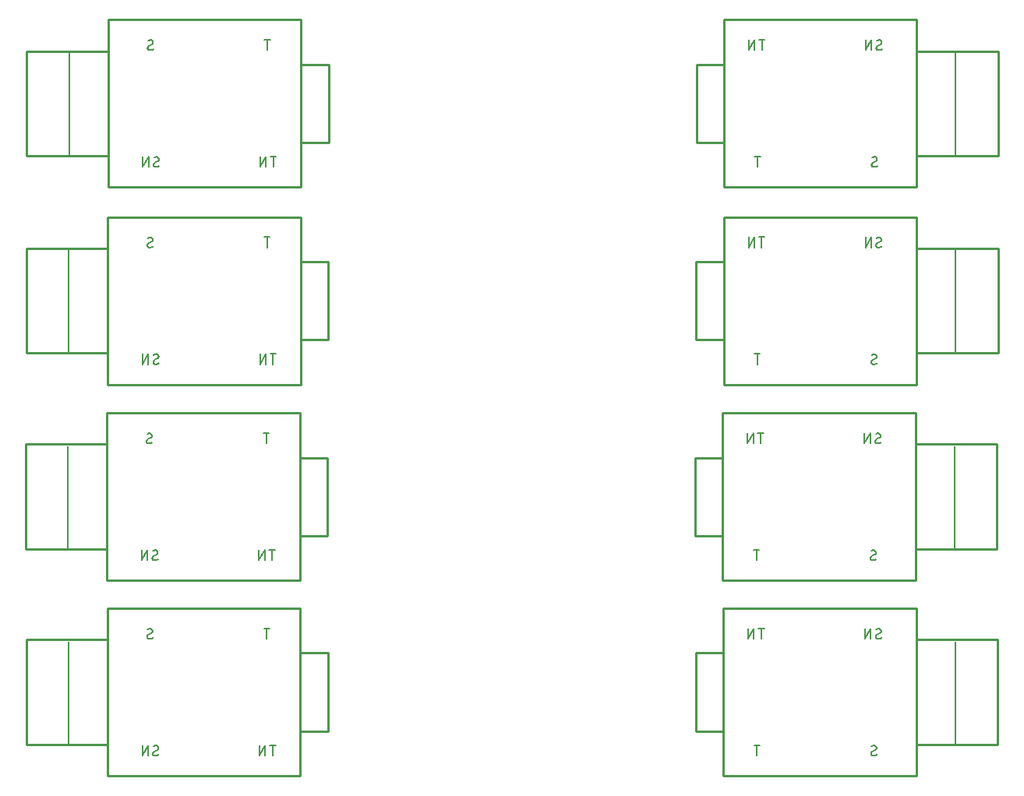
<source format=gbr>
G04 EAGLE Gerber X2 export*
%TF.Part,Single*%
%TF.FileFunction,Legend,Bot,1*%
%TF.FilePolarity,Positive*%
%TF.GenerationSoftware,Autodesk,EAGLE,9.2.2*%
%TF.CreationDate,2019-01-20T22:14:07Z*%
G75*
%MOMM*%
%FSLAX34Y34*%
%LPD*%
%INSilkscreen Bottom*%
%AMOC8*
5,1,8,0,0,1.08239X$1,22.5*%
G01*
%ADD10C,0.254000*%
%ADD11C,0.127000*%
%ADD12C,0.152400*%


D10*
X35800Y351000D02*
X245300Y351000D01*
X245300Y302500D01*
X245300Y217500D01*
X245300Y169000D01*
X35800Y169000D01*
X35800Y203000D01*
X35800Y317000D01*
X35800Y351000D01*
X35800Y317000D02*
X-52700Y317000D01*
X-52700Y203000D01*
X35800Y203000D01*
X245300Y217500D02*
X275300Y217500D01*
X275300Y302500D01*
X245300Y302500D01*
D11*
X-6500Y315000D02*
X-6500Y205000D01*
D12*
X208784Y317912D02*
X208784Y329088D01*
X211888Y329088D02*
X205679Y329088D01*
X81163Y317912D02*
X81065Y317914D01*
X80968Y317920D01*
X80871Y317929D01*
X80774Y317943D01*
X80678Y317960D01*
X80583Y317981D01*
X80489Y318005D01*
X80395Y318034D01*
X80303Y318066D01*
X80212Y318101D01*
X80123Y318140D01*
X80035Y318183D01*
X79949Y318229D01*
X79865Y318278D01*
X79783Y318331D01*
X79703Y318386D01*
X79625Y318445D01*
X79550Y318507D01*
X79477Y318572D01*
X79407Y318640D01*
X79339Y318710D01*
X79274Y318783D01*
X79212Y318858D01*
X79153Y318936D01*
X79098Y319016D01*
X79045Y319098D01*
X78996Y319182D01*
X78950Y319268D01*
X78907Y319356D01*
X78868Y319445D01*
X78833Y319536D01*
X78801Y319628D01*
X78772Y319722D01*
X78748Y319816D01*
X78727Y319911D01*
X78710Y320007D01*
X78696Y320104D01*
X78687Y320201D01*
X78681Y320298D01*
X78679Y320396D01*
X81163Y317912D02*
X81306Y317914D01*
X81449Y317920D01*
X81591Y317929D01*
X81733Y317943D01*
X81875Y317961D01*
X82016Y317982D01*
X82157Y318007D01*
X82297Y318036D01*
X82436Y318069D01*
X82574Y318105D01*
X82711Y318146D01*
X82847Y318190D01*
X82981Y318237D01*
X83115Y318289D01*
X83246Y318343D01*
X83377Y318402D01*
X83505Y318464D01*
X83632Y318529D01*
X83757Y318598D01*
X83881Y318671D01*
X84002Y318746D01*
X84121Y318825D01*
X84238Y318907D01*
X84352Y318993D01*
X84464Y319081D01*
X84574Y319172D01*
X84681Y319267D01*
X84786Y319364D01*
X84888Y319464D01*
X84578Y326604D02*
X84576Y326702D01*
X84570Y326799D01*
X84561Y326896D01*
X84547Y326993D01*
X84530Y327089D01*
X84509Y327184D01*
X84485Y327278D01*
X84456Y327372D01*
X84424Y327464D01*
X84389Y327555D01*
X84350Y327644D01*
X84307Y327732D01*
X84261Y327818D01*
X84212Y327902D01*
X84159Y327984D01*
X84104Y328064D01*
X84045Y328142D01*
X83983Y328217D01*
X83918Y328290D01*
X83850Y328360D01*
X83780Y328428D01*
X83707Y328493D01*
X83632Y328555D01*
X83554Y328614D01*
X83474Y328669D01*
X83392Y328722D01*
X83308Y328771D01*
X83222Y328817D01*
X83134Y328860D01*
X83045Y328899D01*
X82954Y328934D01*
X82862Y328966D01*
X82768Y328995D01*
X82674Y329019D01*
X82579Y329040D01*
X82483Y329057D01*
X82386Y329071D01*
X82289Y329080D01*
X82192Y329086D01*
X82094Y329088D01*
X81964Y329086D01*
X81834Y329081D01*
X81704Y329072D01*
X81574Y329059D01*
X81445Y329043D01*
X81316Y329023D01*
X81188Y328999D01*
X81060Y328972D01*
X80934Y328941D01*
X80808Y328907D01*
X80683Y328869D01*
X80560Y328828D01*
X80437Y328783D01*
X80316Y328735D01*
X80196Y328684D01*
X80078Y328629D01*
X79962Y328571D01*
X79847Y328510D01*
X79733Y328445D01*
X79622Y328378D01*
X79513Y328307D01*
X79405Y328233D01*
X79300Y328157D01*
X83335Y324431D02*
X83418Y324482D01*
X83499Y324536D01*
X83577Y324593D01*
X83653Y324653D01*
X83727Y324716D01*
X83798Y324782D01*
X83867Y324850D01*
X83933Y324921D01*
X83997Y324994D01*
X84057Y325070D01*
X84114Y325148D01*
X84169Y325229D01*
X84220Y325311D01*
X84268Y325395D01*
X84313Y325481D01*
X84355Y325569D01*
X84393Y325658D01*
X84427Y325748D01*
X84459Y325840D01*
X84486Y325933D01*
X84510Y326027D01*
X84531Y326122D01*
X84547Y326218D01*
X84560Y326314D01*
X84570Y326410D01*
X84575Y326507D01*
X84577Y326604D01*
X79922Y322569D02*
X79839Y322518D01*
X79758Y322464D01*
X79680Y322407D01*
X79604Y322347D01*
X79530Y322284D01*
X79459Y322218D01*
X79390Y322150D01*
X79324Y322079D01*
X79260Y322006D01*
X79200Y321930D01*
X79143Y321852D01*
X79088Y321771D01*
X79037Y321689D01*
X78989Y321605D01*
X78944Y321519D01*
X78902Y321431D01*
X78864Y321342D01*
X78830Y321252D01*
X78798Y321160D01*
X78771Y321067D01*
X78747Y320973D01*
X78726Y320878D01*
X78710Y320782D01*
X78697Y320686D01*
X78687Y320590D01*
X78682Y320493D01*
X78680Y320396D01*
X79921Y322569D02*
X83336Y324431D01*
X215134Y202088D02*
X215134Y190912D01*
X218238Y202088D02*
X212029Y202088D01*
X207189Y202088D02*
X207189Y190912D01*
X200980Y190912D02*
X207189Y202088D01*
X200980Y202088D02*
X200980Y190912D01*
X87513Y190912D02*
X87415Y190914D01*
X87318Y190920D01*
X87221Y190929D01*
X87124Y190943D01*
X87028Y190960D01*
X86933Y190981D01*
X86839Y191005D01*
X86745Y191034D01*
X86653Y191066D01*
X86562Y191101D01*
X86473Y191140D01*
X86385Y191183D01*
X86299Y191229D01*
X86215Y191278D01*
X86133Y191331D01*
X86053Y191386D01*
X85975Y191445D01*
X85900Y191507D01*
X85827Y191572D01*
X85757Y191640D01*
X85689Y191710D01*
X85624Y191783D01*
X85562Y191858D01*
X85503Y191936D01*
X85448Y192016D01*
X85395Y192098D01*
X85346Y192182D01*
X85300Y192268D01*
X85257Y192356D01*
X85218Y192445D01*
X85183Y192536D01*
X85151Y192628D01*
X85122Y192722D01*
X85098Y192816D01*
X85077Y192911D01*
X85060Y193007D01*
X85046Y193104D01*
X85037Y193201D01*
X85031Y193298D01*
X85029Y193396D01*
X87513Y190912D02*
X87656Y190914D01*
X87799Y190920D01*
X87941Y190929D01*
X88083Y190943D01*
X88225Y190961D01*
X88366Y190982D01*
X88507Y191007D01*
X88647Y191036D01*
X88786Y191069D01*
X88924Y191105D01*
X89061Y191146D01*
X89197Y191190D01*
X89331Y191237D01*
X89465Y191289D01*
X89596Y191343D01*
X89727Y191402D01*
X89855Y191464D01*
X89982Y191529D01*
X90107Y191598D01*
X90231Y191671D01*
X90352Y191746D01*
X90471Y191825D01*
X90588Y191907D01*
X90702Y191993D01*
X90814Y192081D01*
X90924Y192172D01*
X91031Y192267D01*
X91136Y192364D01*
X91238Y192464D01*
X90928Y199604D02*
X90926Y199702D01*
X90920Y199799D01*
X90911Y199896D01*
X90897Y199993D01*
X90880Y200089D01*
X90859Y200184D01*
X90835Y200278D01*
X90806Y200372D01*
X90774Y200464D01*
X90739Y200555D01*
X90700Y200644D01*
X90657Y200732D01*
X90611Y200818D01*
X90562Y200902D01*
X90509Y200984D01*
X90454Y201064D01*
X90395Y201142D01*
X90333Y201217D01*
X90268Y201290D01*
X90200Y201360D01*
X90130Y201428D01*
X90057Y201493D01*
X89982Y201555D01*
X89904Y201614D01*
X89824Y201669D01*
X89742Y201722D01*
X89658Y201771D01*
X89572Y201817D01*
X89484Y201860D01*
X89395Y201899D01*
X89304Y201934D01*
X89212Y201966D01*
X89118Y201995D01*
X89024Y202019D01*
X88929Y202040D01*
X88833Y202057D01*
X88736Y202071D01*
X88639Y202080D01*
X88542Y202086D01*
X88444Y202088D01*
X88314Y202086D01*
X88184Y202081D01*
X88054Y202072D01*
X87924Y202059D01*
X87795Y202043D01*
X87666Y202023D01*
X87538Y201999D01*
X87410Y201972D01*
X87284Y201941D01*
X87158Y201907D01*
X87033Y201869D01*
X86910Y201828D01*
X86787Y201783D01*
X86666Y201735D01*
X86546Y201684D01*
X86428Y201629D01*
X86312Y201571D01*
X86197Y201510D01*
X86083Y201445D01*
X85972Y201378D01*
X85863Y201307D01*
X85755Y201233D01*
X85650Y201157D01*
X89685Y197431D02*
X89768Y197482D01*
X89849Y197536D01*
X89927Y197593D01*
X90003Y197653D01*
X90077Y197716D01*
X90148Y197782D01*
X90217Y197850D01*
X90283Y197921D01*
X90347Y197994D01*
X90407Y198070D01*
X90464Y198148D01*
X90519Y198229D01*
X90570Y198311D01*
X90618Y198395D01*
X90663Y198481D01*
X90705Y198569D01*
X90743Y198658D01*
X90777Y198748D01*
X90809Y198840D01*
X90836Y198933D01*
X90860Y199027D01*
X90881Y199122D01*
X90897Y199218D01*
X90910Y199314D01*
X90920Y199410D01*
X90925Y199507D01*
X90927Y199604D01*
X86272Y195569D02*
X86189Y195518D01*
X86108Y195464D01*
X86030Y195407D01*
X85954Y195347D01*
X85880Y195284D01*
X85809Y195218D01*
X85740Y195150D01*
X85674Y195079D01*
X85610Y195006D01*
X85550Y194930D01*
X85493Y194852D01*
X85438Y194771D01*
X85387Y194689D01*
X85339Y194605D01*
X85294Y194519D01*
X85252Y194431D01*
X85214Y194342D01*
X85180Y194252D01*
X85148Y194160D01*
X85121Y194067D01*
X85097Y193973D01*
X85076Y193878D01*
X85060Y193782D01*
X85047Y193686D01*
X85037Y193590D01*
X85032Y193493D01*
X85030Y193396D01*
X86271Y195569D02*
X89686Y197431D01*
X79808Y202088D02*
X79808Y190912D01*
X73599Y190912D02*
X79808Y202088D01*
X73599Y202088D02*
X73599Y190912D01*
D10*
X704800Y169000D02*
X914300Y169000D01*
X704800Y169000D02*
X704800Y217500D01*
X704800Y302500D01*
X704800Y351000D01*
X914300Y351000D01*
X914300Y317000D01*
X914300Y203000D01*
X914300Y169000D01*
X914300Y203000D02*
X1002800Y203000D01*
X1002800Y317000D01*
X914300Y317000D01*
X704800Y302500D02*
X674800Y302500D01*
X674800Y217500D01*
X704800Y217500D01*
D11*
X956600Y205000D02*
X956600Y315000D01*
D12*
X741316Y202088D02*
X741316Y190912D01*
X744421Y202088D02*
X738212Y202088D01*
X865212Y193396D02*
X865214Y193298D01*
X865220Y193201D01*
X865229Y193104D01*
X865243Y193007D01*
X865260Y192911D01*
X865281Y192816D01*
X865305Y192722D01*
X865334Y192628D01*
X865366Y192536D01*
X865401Y192445D01*
X865440Y192356D01*
X865483Y192268D01*
X865529Y192182D01*
X865578Y192098D01*
X865631Y192016D01*
X865686Y191936D01*
X865745Y191858D01*
X865807Y191783D01*
X865872Y191710D01*
X865940Y191640D01*
X866010Y191572D01*
X866083Y191507D01*
X866158Y191445D01*
X866236Y191386D01*
X866316Y191331D01*
X866398Y191278D01*
X866482Y191229D01*
X866568Y191183D01*
X866656Y191140D01*
X866745Y191101D01*
X866836Y191066D01*
X866928Y191034D01*
X867022Y191005D01*
X867116Y190981D01*
X867211Y190960D01*
X867307Y190943D01*
X867404Y190929D01*
X867501Y190920D01*
X867598Y190914D01*
X867696Y190912D01*
X867839Y190914D01*
X867982Y190920D01*
X868124Y190929D01*
X868266Y190943D01*
X868408Y190961D01*
X868549Y190982D01*
X868690Y191007D01*
X868830Y191036D01*
X868969Y191069D01*
X869107Y191105D01*
X869244Y191146D01*
X869380Y191190D01*
X869514Y191237D01*
X869648Y191289D01*
X869779Y191343D01*
X869910Y191402D01*
X870038Y191464D01*
X870165Y191529D01*
X870290Y191598D01*
X870414Y191671D01*
X870535Y191746D01*
X870654Y191825D01*
X870771Y191907D01*
X870885Y191993D01*
X870997Y192081D01*
X871107Y192172D01*
X871214Y192267D01*
X871319Y192364D01*
X871421Y192464D01*
X871111Y199604D02*
X871109Y199702D01*
X871103Y199799D01*
X871094Y199896D01*
X871080Y199993D01*
X871063Y200089D01*
X871042Y200184D01*
X871018Y200278D01*
X870989Y200372D01*
X870957Y200464D01*
X870922Y200555D01*
X870883Y200644D01*
X870840Y200732D01*
X870794Y200818D01*
X870745Y200902D01*
X870692Y200984D01*
X870637Y201064D01*
X870578Y201142D01*
X870516Y201217D01*
X870451Y201290D01*
X870383Y201360D01*
X870313Y201428D01*
X870240Y201493D01*
X870165Y201555D01*
X870087Y201614D01*
X870007Y201669D01*
X869925Y201722D01*
X869841Y201771D01*
X869755Y201817D01*
X869667Y201860D01*
X869578Y201899D01*
X869487Y201934D01*
X869395Y201966D01*
X869301Y201995D01*
X869207Y202019D01*
X869112Y202040D01*
X869016Y202057D01*
X868919Y202071D01*
X868822Y202080D01*
X868725Y202086D01*
X868627Y202088D01*
X868497Y202086D01*
X868367Y202081D01*
X868237Y202072D01*
X868107Y202059D01*
X867978Y202043D01*
X867849Y202023D01*
X867721Y201999D01*
X867593Y201972D01*
X867467Y201941D01*
X867341Y201907D01*
X867216Y201869D01*
X867093Y201828D01*
X866970Y201783D01*
X866849Y201735D01*
X866729Y201684D01*
X866611Y201629D01*
X866495Y201571D01*
X866380Y201510D01*
X866266Y201445D01*
X866155Y201378D01*
X866046Y201307D01*
X865938Y201233D01*
X865833Y201157D01*
X869868Y197431D02*
X869951Y197482D01*
X870032Y197536D01*
X870110Y197593D01*
X870186Y197653D01*
X870260Y197716D01*
X870331Y197782D01*
X870400Y197850D01*
X870466Y197921D01*
X870530Y197994D01*
X870590Y198070D01*
X870647Y198148D01*
X870702Y198229D01*
X870753Y198311D01*
X870801Y198395D01*
X870846Y198481D01*
X870888Y198569D01*
X870926Y198658D01*
X870960Y198748D01*
X870992Y198840D01*
X871019Y198933D01*
X871043Y199027D01*
X871064Y199122D01*
X871080Y199218D01*
X871093Y199314D01*
X871103Y199410D01*
X871108Y199507D01*
X871110Y199604D01*
X866454Y195569D02*
X866371Y195518D01*
X866290Y195464D01*
X866212Y195407D01*
X866136Y195347D01*
X866062Y195284D01*
X865991Y195218D01*
X865922Y195150D01*
X865856Y195079D01*
X865792Y195006D01*
X865732Y194930D01*
X865675Y194852D01*
X865620Y194771D01*
X865569Y194689D01*
X865521Y194605D01*
X865476Y194519D01*
X865434Y194431D01*
X865396Y194342D01*
X865362Y194252D01*
X865330Y194160D01*
X865303Y194067D01*
X865279Y193973D01*
X865258Y193878D01*
X865242Y193782D01*
X865229Y193686D01*
X865219Y193590D01*
X865214Y193493D01*
X865212Y193396D01*
X866454Y195569D02*
X869869Y197431D01*
X746015Y317912D02*
X746015Y329088D01*
X742911Y329088D02*
X749120Y329088D01*
X738071Y329088D02*
X738071Y317912D01*
X731862Y317912D02*
X738071Y329088D01*
X731862Y329088D02*
X731862Y317912D01*
X870292Y320396D02*
X870294Y320298D01*
X870300Y320201D01*
X870309Y320104D01*
X870323Y320007D01*
X870340Y319911D01*
X870361Y319816D01*
X870385Y319722D01*
X870414Y319628D01*
X870446Y319536D01*
X870481Y319445D01*
X870520Y319356D01*
X870563Y319268D01*
X870609Y319182D01*
X870658Y319098D01*
X870711Y319016D01*
X870766Y318936D01*
X870825Y318858D01*
X870887Y318783D01*
X870952Y318710D01*
X871020Y318640D01*
X871090Y318572D01*
X871163Y318507D01*
X871238Y318445D01*
X871316Y318386D01*
X871396Y318331D01*
X871478Y318278D01*
X871562Y318229D01*
X871648Y318183D01*
X871736Y318140D01*
X871825Y318101D01*
X871916Y318066D01*
X872008Y318034D01*
X872102Y318005D01*
X872196Y317981D01*
X872291Y317960D01*
X872387Y317943D01*
X872484Y317929D01*
X872581Y317920D01*
X872678Y317914D01*
X872776Y317912D01*
X872919Y317914D01*
X873062Y317920D01*
X873204Y317929D01*
X873346Y317943D01*
X873488Y317961D01*
X873629Y317982D01*
X873770Y318007D01*
X873910Y318036D01*
X874049Y318069D01*
X874187Y318105D01*
X874324Y318146D01*
X874460Y318190D01*
X874594Y318237D01*
X874728Y318289D01*
X874859Y318343D01*
X874990Y318402D01*
X875118Y318464D01*
X875245Y318529D01*
X875370Y318598D01*
X875494Y318671D01*
X875615Y318746D01*
X875734Y318825D01*
X875851Y318907D01*
X875965Y318993D01*
X876077Y319081D01*
X876187Y319172D01*
X876294Y319267D01*
X876399Y319364D01*
X876501Y319464D01*
X876191Y326604D02*
X876189Y326702D01*
X876183Y326799D01*
X876174Y326896D01*
X876160Y326993D01*
X876143Y327089D01*
X876122Y327184D01*
X876098Y327278D01*
X876069Y327372D01*
X876037Y327464D01*
X876002Y327555D01*
X875963Y327644D01*
X875920Y327732D01*
X875874Y327818D01*
X875825Y327902D01*
X875772Y327984D01*
X875717Y328064D01*
X875658Y328142D01*
X875596Y328217D01*
X875531Y328290D01*
X875463Y328360D01*
X875393Y328428D01*
X875320Y328493D01*
X875245Y328555D01*
X875167Y328614D01*
X875087Y328669D01*
X875005Y328722D01*
X874921Y328771D01*
X874835Y328817D01*
X874747Y328860D01*
X874658Y328899D01*
X874567Y328934D01*
X874475Y328966D01*
X874381Y328995D01*
X874287Y329019D01*
X874192Y329040D01*
X874096Y329057D01*
X873999Y329071D01*
X873902Y329080D01*
X873805Y329086D01*
X873707Y329088D01*
X873577Y329086D01*
X873447Y329081D01*
X873317Y329072D01*
X873187Y329059D01*
X873058Y329043D01*
X872929Y329023D01*
X872801Y328999D01*
X872673Y328972D01*
X872547Y328941D01*
X872421Y328907D01*
X872296Y328869D01*
X872173Y328828D01*
X872050Y328783D01*
X871929Y328735D01*
X871809Y328684D01*
X871691Y328629D01*
X871575Y328571D01*
X871460Y328510D01*
X871346Y328445D01*
X871235Y328378D01*
X871126Y328307D01*
X871018Y328233D01*
X870913Y328157D01*
X874948Y324431D02*
X875031Y324482D01*
X875112Y324536D01*
X875190Y324593D01*
X875266Y324653D01*
X875340Y324716D01*
X875411Y324782D01*
X875480Y324850D01*
X875546Y324921D01*
X875610Y324994D01*
X875670Y325070D01*
X875727Y325148D01*
X875782Y325229D01*
X875833Y325311D01*
X875881Y325395D01*
X875926Y325481D01*
X875968Y325569D01*
X876006Y325658D01*
X876040Y325748D01*
X876072Y325840D01*
X876099Y325933D01*
X876123Y326027D01*
X876144Y326122D01*
X876160Y326218D01*
X876173Y326314D01*
X876183Y326410D01*
X876188Y326507D01*
X876190Y326604D01*
X871534Y322569D02*
X871451Y322518D01*
X871370Y322464D01*
X871292Y322407D01*
X871216Y322347D01*
X871142Y322284D01*
X871071Y322218D01*
X871002Y322150D01*
X870936Y322079D01*
X870872Y322006D01*
X870812Y321930D01*
X870755Y321852D01*
X870700Y321771D01*
X870649Y321689D01*
X870601Y321605D01*
X870556Y321519D01*
X870514Y321431D01*
X870476Y321342D01*
X870442Y321252D01*
X870410Y321160D01*
X870383Y321067D01*
X870359Y320973D01*
X870338Y320878D01*
X870322Y320782D01*
X870309Y320686D01*
X870299Y320590D01*
X870294Y320493D01*
X870292Y320396D01*
X871534Y322569D02*
X874949Y324431D01*
X865071Y329088D02*
X865071Y317912D01*
X858862Y317912D02*
X865071Y329088D01*
X858862Y329088D02*
X858862Y317912D01*
D10*
X245986Y990913D02*
X36486Y990913D01*
X245986Y990913D02*
X245986Y942413D01*
X245986Y857413D01*
X245986Y808913D01*
X36486Y808913D01*
X36486Y842913D01*
X36486Y956913D01*
X36486Y990913D01*
X36486Y956913D02*
X-52014Y956913D01*
X-52014Y842913D01*
X36486Y842913D01*
X245986Y857413D02*
X275986Y857413D01*
X275986Y942413D01*
X245986Y942413D01*
D11*
X-5814Y954913D02*
X-5814Y844913D01*
D12*
X209470Y957825D02*
X209470Y969001D01*
X212574Y969001D02*
X206365Y969001D01*
X81849Y957825D02*
X81751Y957827D01*
X81654Y957833D01*
X81557Y957842D01*
X81460Y957856D01*
X81364Y957873D01*
X81269Y957894D01*
X81175Y957918D01*
X81081Y957947D01*
X80989Y957979D01*
X80898Y958014D01*
X80809Y958053D01*
X80721Y958096D01*
X80635Y958142D01*
X80551Y958191D01*
X80469Y958244D01*
X80389Y958299D01*
X80311Y958358D01*
X80236Y958420D01*
X80163Y958485D01*
X80093Y958553D01*
X80025Y958623D01*
X79960Y958696D01*
X79898Y958771D01*
X79839Y958849D01*
X79784Y958929D01*
X79731Y959011D01*
X79682Y959095D01*
X79636Y959181D01*
X79593Y959269D01*
X79554Y959358D01*
X79519Y959449D01*
X79487Y959541D01*
X79458Y959635D01*
X79434Y959729D01*
X79413Y959824D01*
X79396Y959920D01*
X79382Y960017D01*
X79373Y960114D01*
X79367Y960211D01*
X79365Y960309D01*
X81849Y957825D02*
X81992Y957827D01*
X82135Y957833D01*
X82277Y957842D01*
X82419Y957856D01*
X82561Y957874D01*
X82702Y957895D01*
X82843Y957920D01*
X82983Y957949D01*
X83122Y957982D01*
X83260Y958018D01*
X83397Y958059D01*
X83533Y958103D01*
X83667Y958150D01*
X83801Y958202D01*
X83932Y958256D01*
X84063Y958315D01*
X84191Y958377D01*
X84318Y958442D01*
X84443Y958511D01*
X84567Y958584D01*
X84688Y958659D01*
X84807Y958738D01*
X84924Y958820D01*
X85038Y958906D01*
X85150Y958994D01*
X85260Y959085D01*
X85367Y959180D01*
X85472Y959277D01*
X85574Y959377D01*
X85264Y966517D02*
X85262Y966615D01*
X85256Y966712D01*
X85247Y966809D01*
X85233Y966906D01*
X85216Y967002D01*
X85195Y967097D01*
X85171Y967191D01*
X85142Y967285D01*
X85110Y967377D01*
X85075Y967468D01*
X85036Y967557D01*
X84993Y967645D01*
X84947Y967731D01*
X84898Y967815D01*
X84845Y967897D01*
X84790Y967977D01*
X84731Y968055D01*
X84669Y968130D01*
X84604Y968203D01*
X84536Y968273D01*
X84466Y968341D01*
X84393Y968406D01*
X84318Y968468D01*
X84240Y968527D01*
X84160Y968582D01*
X84078Y968635D01*
X83994Y968684D01*
X83908Y968730D01*
X83820Y968773D01*
X83731Y968812D01*
X83640Y968847D01*
X83548Y968879D01*
X83454Y968908D01*
X83360Y968932D01*
X83265Y968953D01*
X83169Y968970D01*
X83072Y968984D01*
X82975Y968993D01*
X82878Y968999D01*
X82780Y969001D01*
X82650Y968999D01*
X82520Y968994D01*
X82390Y968985D01*
X82260Y968972D01*
X82131Y968956D01*
X82002Y968936D01*
X81874Y968912D01*
X81746Y968885D01*
X81620Y968854D01*
X81494Y968820D01*
X81369Y968782D01*
X81246Y968741D01*
X81123Y968696D01*
X81002Y968648D01*
X80882Y968597D01*
X80764Y968542D01*
X80648Y968484D01*
X80533Y968423D01*
X80419Y968358D01*
X80308Y968291D01*
X80199Y968220D01*
X80091Y968146D01*
X79986Y968070D01*
X84021Y964344D02*
X84104Y964395D01*
X84185Y964449D01*
X84263Y964506D01*
X84339Y964566D01*
X84413Y964629D01*
X84484Y964695D01*
X84553Y964763D01*
X84619Y964834D01*
X84683Y964907D01*
X84743Y964983D01*
X84800Y965061D01*
X84855Y965142D01*
X84906Y965224D01*
X84954Y965308D01*
X84999Y965394D01*
X85041Y965482D01*
X85079Y965571D01*
X85113Y965661D01*
X85145Y965753D01*
X85172Y965846D01*
X85196Y965940D01*
X85217Y966035D01*
X85233Y966131D01*
X85246Y966227D01*
X85256Y966323D01*
X85261Y966420D01*
X85263Y966517D01*
X80608Y962482D02*
X80525Y962431D01*
X80444Y962377D01*
X80366Y962320D01*
X80290Y962260D01*
X80216Y962197D01*
X80145Y962131D01*
X80076Y962063D01*
X80010Y961992D01*
X79946Y961919D01*
X79886Y961843D01*
X79829Y961765D01*
X79774Y961684D01*
X79723Y961602D01*
X79675Y961518D01*
X79630Y961432D01*
X79588Y961344D01*
X79550Y961255D01*
X79516Y961165D01*
X79484Y961073D01*
X79457Y960980D01*
X79433Y960886D01*
X79412Y960791D01*
X79396Y960695D01*
X79383Y960599D01*
X79373Y960503D01*
X79368Y960406D01*
X79366Y960309D01*
X80607Y962482D02*
X84022Y964344D01*
X215820Y842001D02*
X215820Y830825D01*
X218924Y842001D02*
X212715Y842001D01*
X207875Y842001D02*
X207875Y830825D01*
X201666Y830825D02*
X207875Y842001D01*
X201666Y842001D02*
X201666Y830825D01*
X88199Y830825D02*
X88101Y830827D01*
X88004Y830833D01*
X87907Y830842D01*
X87810Y830856D01*
X87714Y830873D01*
X87619Y830894D01*
X87525Y830918D01*
X87431Y830947D01*
X87339Y830979D01*
X87248Y831014D01*
X87159Y831053D01*
X87071Y831096D01*
X86985Y831142D01*
X86901Y831191D01*
X86819Y831244D01*
X86739Y831299D01*
X86661Y831358D01*
X86586Y831420D01*
X86513Y831485D01*
X86443Y831553D01*
X86375Y831623D01*
X86310Y831696D01*
X86248Y831771D01*
X86189Y831849D01*
X86134Y831929D01*
X86081Y832011D01*
X86032Y832095D01*
X85986Y832181D01*
X85943Y832269D01*
X85904Y832358D01*
X85869Y832449D01*
X85837Y832541D01*
X85808Y832635D01*
X85784Y832729D01*
X85763Y832824D01*
X85746Y832920D01*
X85732Y833017D01*
X85723Y833114D01*
X85717Y833211D01*
X85715Y833309D01*
X88199Y830825D02*
X88342Y830827D01*
X88485Y830833D01*
X88627Y830842D01*
X88769Y830856D01*
X88911Y830874D01*
X89052Y830895D01*
X89193Y830920D01*
X89333Y830949D01*
X89472Y830982D01*
X89610Y831018D01*
X89747Y831059D01*
X89883Y831103D01*
X90017Y831150D01*
X90151Y831202D01*
X90282Y831256D01*
X90413Y831315D01*
X90541Y831377D01*
X90668Y831442D01*
X90793Y831511D01*
X90917Y831584D01*
X91038Y831659D01*
X91157Y831738D01*
X91274Y831820D01*
X91388Y831906D01*
X91500Y831994D01*
X91610Y832085D01*
X91717Y832180D01*
X91822Y832277D01*
X91924Y832377D01*
X91614Y839517D02*
X91612Y839615D01*
X91606Y839712D01*
X91597Y839809D01*
X91583Y839906D01*
X91566Y840002D01*
X91545Y840097D01*
X91521Y840191D01*
X91492Y840285D01*
X91460Y840377D01*
X91425Y840468D01*
X91386Y840557D01*
X91343Y840645D01*
X91297Y840731D01*
X91248Y840815D01*
X91195Y840897D01*
X91140Y840977D01*
X91081Y841055D01*
X91019Y841130D01*
X90954Y841203D01*
X90886Y841273D01*
X90816Y841341D01*
X90743Y841406D01*
X90668Y841468D01*
X90590Y841527D01*
X90510Y841582D01*
X90428Y841635D01*
X90344Y841684D01*
X90258Y841730D01*
X90170Y841773D01*
X90081Y841812D01*
X89990Y841847D01*
X89898Y841879D01*
X89804Y841908D01*
X89710Y841932D01*
X89615Y841953D01*
X89519Y841970D01*
X89422Y841984D01*
X89325Y841993D01*
X89228Y841999D01*
X89130Y842001D01*
X89000Y841999D01*
X88870Y841994D01*
X88740Y841985D01*
X88610Y841972D01*
X88481Y841956D01*
X88352Y841936D01*
X88224Y841912D01*
X88096Y841885D01*
X87970Y841854D01*
X87844Y841820D01*
X87719Y841782D01*
X87596Y841741D01*
X87473Y841696D01*
X87352Y841648D01*
X87232Y841597D01*
X87114Y841542D01*
X86998Y841484D01*
X86883Y841423D01*
X86769Y841358D01*
X86658Y841291D01*
X86549Y841220D01*
X86441Y841146D01*
X86336Y841070D01*
X90371Y837344D02*
X90454Y837395D01*
X90535Y837449D01*
X90613Y837506D01*
X90689Y837566D01*
X90763Y837629D01*
X90834Y837695D01*
X90903Y837763D01*
X90969Y837834D01*
X91033Y837907D01*
X91093Y837983D01*
X91150Y838061D01*
X91205Y838142D01*
X91256Y838224D01*
X91304Y838308D01*
X91349Y838394D01*
X91391Y838482D01*
X91429Y838571D01*
X91463Y838661D01*
X91495Y838753D01*
X91522Y838846D01*
X91546Y838940D01*
X91567Y839035D01*
X91583Y839131D01*
X91596Y839227D01*
X91606Y839323D01*
X91611Y839420D01*
X91613Y839517D01*
X86958Y835482D02*
X86875Y835431D01*
X86794Y835377D01*
X86716Y835320D01*
X86640Y835260D01*
X86566Y835197D01*
X86495Y835131D01*
X86426Y835063D01*
X86360Y834992D01*
X86296Y834919D01*
X86236Y834843D01*
X86179Y834765D01*
X86124Y834684D01*
X86073Y834602D01*
X86025Y834518D01*
X85980Y834432D01*
X85938Y834344D01*
X85900Y834255D01*
X85866Y834165D01*
X85834Y834073D01*
X85807Y833980D01*
X85783Y833886D01*
X85762Y833791D01*
X85746Y833695D01*
X85733Y833599D01*
X85723Y833503D01*
X85718Y833406D01*
X85716Y833309D01*
X86957Y835482D02*
X90372Y837344D01*
X80494Y842001D02*
X80494Y830825D01*
X74285Y830825D02*
X80494Y842001D01*
X74285Y842001D02*
X74285Y830825D01*
D10*
X705486Y808913D02*
X914986Y808913D01*
X705486Y808913D02*
X705486Y857413D01*
X705486Y942413D01*
X705486Y990913D01*
X914986Y990913D01*
X914986Y956913D01*
X914986Y842913D01*
X914986Y808913D01*
X914986Y842913D02*
X1003486Y842913D01*
X1003486Y956913D01*
X914986Y956913D01*
X705486Y942413D02*
X675486Y942413D01*
X675486Y857413D01*
X705486Y857413D01*
D11*
X957286Y844913D02*
X957286Y954913D01*
D12*
X742003Y842001D02*
X742003Y830825D01*
X745107Y842001D02*
X738898Y842001D01*
X865898Y833309D02*
X865900Y833211D01*
X865906Y833114D01*
X865915Y833017D01*
X865929Y832920D01*
X865946Y832824D01*
X865967Y832729D01*
X865991Y832635D01*
X866020Y832541D01*
X866052Y832449D01*
X866087Y832358D01*
X866126Y832269D01*
X866169Y832181D01*
X866215Y832095D01*
X866264Y832011D01*
X866317Y831929D01*
X866372Y831849D01*
X866431Y831771D01*
X866493Y831696D01*
X866558Y831623D01*
X866626Y831553D01*
X866696Y831485D01*
X866769Y831420D01*
X866844Y831358D01*
X866922Y831299D01*
X867002Y831244D01*
X867084Y831191D01*
X867168Y831142D01*
X867254Y831096D01*
X867342Y831053D01*
X867431Y831014D01*
X867522Y830979D01*
X867614Y830947D01*
X867708Y830918D01*
X867802Y830894D01*
X867897Y830873D01*
X867993Y830856D01*
X868090Y830842D01*
X868187Y830833D01*
X868284Y830827D01*
X868382Y830825D01*
X868525Y830827D01*
X868668Y830833D01*
X868810Y830842D01*
X868952Y830856D01*
X869094Y830874D01*
X869235Y830895D01*
X869376Y830920D01*
X869516Y830949D01*
X869655Y830982D01*
X869793Y831018D01*
X869930Y831059D01*
X870066Y831103D01*
X870200Y831150D01*
X870334Y831202D01*
X870465Y831256D01*
X870596Y831315D01*
X870724Y831377D01*
X870851Y831442D01*
X870976Y831511D01*
X871100Y831584D01*
X871221Y831659D01*
X871340Y831738D01*
X871457Y831820D01*
X871571Y831906D01*
X871683Y831994D01*
X871793Y832085D01*
X871900Y832180D01*
X872005Y832277D01*
X872107Y832377D01*
X871797Y839517D02*
X871795Y839615D01*
X871789Y839712D01*
X871780Y839809D01*
X871766Y839906D01*
X871749Y840002D01*
X871728Y840097D01*
X871704Y840191D01*
X871675Y840285D01*
X871643Y840377D01*
X871608Y840468D01*
X871569Y840557D01*
X871526Y840645D01*
X871480Y840731D01*
X871431Y840815D01*
X871378Y840897D01*
X871323Y840977D01*
X871264Y841055D01*
X871202Y841130D01*
X871137Y841203D01*
X871069Y841273D01*
X870999Y841341D01*
X870926Y841406D01*
X870851Y841468D01*
X870773Y841527D01*
X870693Y841582D01*
X870611Y841635D01*
X870527Y841684D01*
X870441Y841730D01*
X870353Y841773D01*
X870264Y841812D01*
X870173Y841847D01*
X870081Y841879D01*
X869987Y841908D01*
X869893Y841932D01*
X869798Y841953D01*
X869702Y841970D01*
X869605Y841984D01*
X869508Y841993D01*
X869411Y841999D01*
X869313Y842001D01*
X869183Y841999D01*
X869053Y841994D01*
X868923Y841985D01*
X868793Y841972D01*
X868664Y841956D01*
X868535Y841936D01*
X868407Y841912D01*
X868279Y841885D01*
X868153Y841854D01*
X868027Y841820D01*
X867902Y841782D01*
X867779Y841741D01*
X867656Y841696D01*
X867535Y841648D01*
X867415Y841597D01*
X867297Y841542D01*
X867181Y841484D01*
X867066Y841423D01*
X866952Y841358D01*
X866841Y841291D01*
X866732Y841220D01*
X866624Y841146D01*
X866519Y841070D01*
X870554Y837344D02*
X870637Y837395D01*
X870718Y837449D01*
X870796Y837506D01*
X870872Y837566D01*
X870946Y837629D01*
X871017Y837695D01*
X871086Y837763D01*
X871152Y837834D01*
X871216Y837907D01*
X871276Y837983D01*
X871333Y838061D01*
X871388Y838142D01*
X871439Y838224D01*
X871487Y838308D01*
X871532Y838394D01*
X871574Y838482D01*
X871612Y838571D01*
X871646Y838661D01*
X871678Y838753D01*
X871705Y838846D01*
X871729Y838940D01*
X871750Y839035D01*
X871766Y839131D01*
X871779Y839227D01*
X871789Y839323D01*
X871794Y839420D01*
X871796Y839517D01*
X867140Y835482D02*
X867057Y835431D01*
X866976Y835377D01*
X866898Y835320D01*
X866822Y835260D01*
X866748Y835197D01*
X866677Y835131D01*
X866608Y835063D01*
X866542Y834992D01*
X866478Y834919D01*
X866418Y834843D01*
X866361Y834765D01*
X866306Y834684D01*
X866255Y834602D01*
X866207Y834518D01*
X866162Y834432D01*
X866120Y834344D01*
X866082Y834255D01*
X866048Y834165D01*
X866016Y834073D01*
X865989Y833980D01*
X865965Y833886D01*
X865944Y833791D01*
X865928Y833695D01*
X865915Y833599D01*
X865905Y833503D01*
X865900Y833406D01*
X865898Y833309D01*
X867140Y835482D02*
X870555Y837344D01*
X746702Y957825D02*
X746702Y969001D01*
X749806Y969001D02*
X743597Y969001D01*
X738757Y969001D02*
X738757Y957825D01*
X732548Y957825D02*
X738757Y969001D01*
X732548Y969001D02*
X732548Y957825D01*
X870978Y960309D02*
X870980Y960211D01*
X870986Y960114D01*
X870995Y960017D01*
X871009Y959920D01*
X871026Y959824D01*
X871047Y959729D01*
X871071Y959635D01*
X871100Y959541D01*
X871132Y959449D01*
X871167Y959358D01*
X871206Y959269D01*
X871249Y959181D01*
X871295Y959095D01*
X871344Y959011D01*
X871397Y958929D01*
X871452Y958849D01*
X871511Y958771D01*
X871573Y958696D01*
X871638Y958623D01*
X871706Y958553D01*
X871776Y958485D01*
X871849Y958420D01*
X871924Y958358D01*
X872002Y958299D01*
X872082Y958244D01*
X872164Y958191D01*
X872248Y958142D01*
X872334Y958096D01*
X872422Y958053D01*
X872511Y958014D01*
X872602Y957979D01*
X872694Y957947D01*
X872788Y957918D01*
X872882Y957894D01*
X872977Y957873D01*
X873073Y957856D01*
X873170Y957842D01*
X873267Y957833D01*
X873364Y957827D01*
X873462Y957825D01*
X873605Y957827D01*
X873748Y957833D01*
X873890Y957842D01*
X874032Y957856D01*
X874174Y957874D01*
X874315Y957895D01*
X874456Y957920D01*
X874596Y957949D01*
X874735Y957982D01*
X874873Y958018D01*
X875010Y958059D01*
X875146Y958103D01*
X875280Y958150D01*
X875414Y958202D01*
X875545Y958256D01*
X875676Y958315D01*
X875804Y958377D01*
X875931Y958442D01*
X876056Y958511D01*
X876180Y958584D01*
X876301Y958659D01*
X876420Y958738D01*
X876537Y958820D01*
X876651Y958906D01*
X876763Y958994D01*
X876873Y959085D01*
X876980Y959180D01*
X877085Y959277D01*
X877187Y959377D01*
X876877Y966517D02*
X876875Y966615D01*
X876869Y966712D01*
X876860Y966809D01*
X876846Y966906D01*
X876829Y967002D01*
X876808Y967097D01*
X876784Y967191D01*
X876755Y967285D01*
X876723Y967377D01*
X876688Y967468D01*
X876649Y967557D01*
X876606Y967645D01*
X876560Y967731D01*
X876511Y967815D01*
X876458Y967897D01*
X876403Y967977D01*
X876344Y968055D01*
X876282Y968130D01*
X876217Y968203D01*
X876149Y968273D01*
X876079Y968341D01*
X876006Y968406D01*
X875931Y968468D01*
X875853Y968527D01*
X875773Y968582D01*
X875691Y968635D01*
X875607Y968684D01*
X875521Y968730D01*
X875433Y968773D01*
X875344Y968812D01*
X875253Y968847D01*
X875161Y968879D01*
X875067Y968908D01*
X874973Y968932D01*
X874878Y968953D01*
X874782Y968970D01*
X874685Y968984D01*
X874588Y968993D01*
X874491Y968999D01*
X874393Y969001D01*
X874263Y968999D01*
X874133Y968994D01*
X874003Y968985D01*
X873873Y968972D01*
X873744Y968956D01*
X873615Y968936D01*
X873487Y968912D01*
X873359Y968885D01*
X873233Y968854D01*
X873107Y968820D01*
X872982Y968782D01*
X872859Y968741D01*
X872736Y968696D01*
X872615Y968648D01*
X872495Y968597D01*
X872377Y968542D01*
X872261Y968484D01*
X872146Y968423D01*
X872032Y968358D01*
X871921Y968291D01*
X871812Y968220D01*
X871704Y968146D01*
X871599Y968070D01*
X875634Y964344D02*
X875717Y964395D01*
X875798Y964449D01*
X875876Y964506D01*
X875952Y964566D01*
X876026Y964629D01*
X876097Y964695D01*
X876166Y964763D01*
X876232Y964834D01*
X876296Y964907D01*
X876356Y964983D01*
X876413Y965061D01*
X876468Y965142D01*
X876519Y965224D01*
X876567Y965308D01*
X876612Y965394D01*
X876654Y965482D01*
X876692Y965571D01*
X876726Y965661D01*
X876758Y965753D01*
X876785Y965846D01*
X876809Y965940D01*
X876830Y966035D01*
X876846Y966131D01*
X876859Y966227D01*
X876869Y966323D01*
X876874Y966420D01*
X876876Y966517D01*
X872220Y962482D02*
X872137Y962431D01*
X872056Y962377D01*
X871978Y962320D01*
X871902Y962260D01*
X871828Y962197D01*
X871757Y962131D01*
X871688Y962063D01*
X871622Y961992D01*
X871558Y961919D01*
X871498Y961843D01*
X871441Y961765D01*
X871386Y961684D01*
X871335Y961602D01*
X871287Y961518D01*
X871242Y961432D01*
X871200Y961344D01*
X871162Y961255D01*
X871128Y961165D01*
X871096Y961073D01*
X871069Y960980D01*
X871045Y960886D01*
X871024Y960791D01*
X871008Y960695D01*
X870995Y960599D01*
X870985Y960503D01*
X870980Y960406D01*
X870978Y960309D01*
X872220Y962482D02*
X875635Y964344D01*
X865757Y969001D02*
X865757Y957825D01*
X859548Y957825D02*
X865757Y969001D01*
X859548Y969001D02*
X859548Y957825D01*
D10*
X245638Y776519D02*
X36138Y776519D01*
X245638Y776519D02*
X245638Y728019D01*
X245638Y643019D01*
X245638Y594519D01*
X36138Y594519D01*
X36138Y628519D01*
X36138Y742519D01*
X36138Y776519D01*
X36138Y742519D02*
X-52362Y742519D01*
X-52362Y628519D01*
X36138Y628519D01*
X245638Y643019D02*
X275638Y643019D01*
X275638Y728019D01*
X245638Y728019D01*
D11*
X-6162Y740519D02*
X-6162Y630519D01*
D12*
X209122Y743431D02*
X209122Y754607D01*
X212226Y754607D02*
X206018Y754607D01*
X81501Y743431D02*
X81403Y743433D01*
X81306Y743439D01*
X81209Y743448D01*
X81112Y743462D01*
X81016Y743479D01*
X80921Y743500D01*
X80827Y743524D01*
X80733Y743553D01*
X80641Y743585D01*
X80550Y743620D01*
X80461Y743659D01*
X80373Y743702D01*
X80287Y743748D01*
X80203Y743797D01*
X80121Y743850D01*
X80041Y743905D01*
X79963Y743964D01*
X79888Y744026D01*
X79815Y744091D01*
X79745Y744159D01*
X79677Y744229D01*
X79612Y744302D01*
X79550Y744377D01*
X79491Y744455D01*
X79436Y744535D01*
X79383Y744617D01*
X79334Y744701D01*
X79288Y744787D01*
X79245Y744875D01*
X79206Y744964D01*
X79171Y745055D01*
X79139Y745147D01*
X79110Y745241D01*
X79086Y745335D01*
X79065Y745430D01*
X79048Y745526D01*
X79034Y745623D01*
X79025Y745720D01*
X79019Y745817D01*
X79017Y745915D01*
X81501Y743432D02*
X81644Y743434D01*
X81787Y743440D01*
X81929Y743449D01*
X82071Y743463D01*
X82213Y743481D01*
X82354Y743502D01*
X82495Y743527D01*
X82635Y743556D01*
X82774Y743589D01*
X82912Y743625D01*
X83049Y743666D01*
X83185Y743710D01*
X83319Y743757D01*
X83453Y743809D01*
X83584Y743863D01*
X83715Y743922D01*
X83843Y743984D01*
X83970Y744049D01*
X84095Y744118D01*
X84219Y744191D01*
X84340Y744266D01*
X84459Y744345D01*
X84576Y744427D01*
X84690Y744513D01*
X84802Y744601D01*
X84912Y744692D01*
X85019Y744787D01*
X85124Y744884D01*
X85226Y744984D01*
X84916Y752124D02*
X84914Y752222D01*
X84908Y752319D01*
X84899Y752416D01*
X84885Y752513D01*
X84868Y752609D01*
X84847Y752704D01*
X84823Y752798D01*
X84794Y752892D01*
X84762Y752984D01*
X84727Y753075D01*
X84688Y753164D01*
X84645Y753252D01*
X84599Y753338D01*
X84550Y753422D01*
X84497Y753504D01*
X84442Y753584D01*
X84383Y753662D01*
X84321Y753737D01*
X84256Y753810D01*
X84188Y753880D01*
X84118Y753948D01*
X84045Y754013D01*
X83970Y754075D01*
X83892Y754134D01*
X83812Y754189D01*
X83730Y754242D01*
X83646Y754291D01*
X83560Y754337D01*
X83472Y754380D01*
X83383Y754419D01*
X83292Y754454D01*
X83200Y754486D01*
X83106Y754515D01*
X83012Y754539D01*
X82917Y754560D01*
X82821Y754577D01*
X82724Y754591D01*
X82627Y754600D01*
X82530Y754606D01*
X82432Y754608D01*
X82302Y754606D01*
X82172Y754601D01*
X82042Y754592D01*
X81912Y754579D01*
X81783Y754563D01*
X81654Y754543D01*
X81526Y754519D01*
X81398Y754492D01*
X81272Y754461D01*
X81146Y754427D01*
X81021Y754389D01*
X80898Y754348D01*
X80775Y754303D01*
X80654Y754255D01*
X80534Y754204D01*
X80416Y754149D01*
X80300Y754091D01*
X80185Y754030D01*
X80071Y753965D01*
X79960Y753898D01*
X79851Y753827D01*
X79743Y753753D01*
X79638Y753677D01*
X83674Y749951D02*
X83757Y750002D01*
X83838Y750056D01*
X83916Y750113D01*
X83992Y750173D01*
X84066Y750236D01*
X84137Y750302D01*
X84206Y750370D01*
X84272Y750441D01*
X84336Y750514D01*
X84396Y750590D01*
X84453Y750668D01*
X84508Y750749D01*
X84559Y750831D01*
X84607Y750915D01*
X84652Y751001D01*
X84694Y751089D01*
X84732Y751178D01*
X84766Y751268D01*
X84798Y751360D01*
X84825Y751453D01*
X84849Y751547D01*
X84870Y751642D01*
X84886Y751738D01*
X84899Y751834D01*
X84909Y751930D01*
X84914Y752027D01*
X84916Y752124D01*
X80260Y748088D02*
X80177Y748037D01*
X80096Y747983D01*
X80018Y747926D01*
X79942Y747866D01*
X79868Y747803D01*
X79797Y747737D01*
X79728Y747669D01*
X79662Y747598D01*
X79598Y747525D01*
X79538Y747449D01*
X79481Y747371D01*
X79426Y747290D01*
X79375Y747208D01*
X79327Y747124D01*
X79282Y747038D01*
X79240Y746950D01*
X79202Y746861D01*
X79168Y746771D01*
X79136Y746679D01*
X79109Y746586D01*
X79085Y746492D01*
X79064Y746397D01*
X79048Y746301D01*
X79035Y746205D01*
X79025Y746109D01*
X79020Y746012D01*
X79018Y745915D01*
X80259Y748088D02*
X83674Y749951D01*
X215472Y627607D02*
X215472Y616431D01*
X218576Y627607D02*
X212368Y627607D01*
X207527Y627607D02*
X207527Y616431D01*
X201319Y616431D02*
X207527Y627607D01*
X201319Y627607D02*
X201319Y616431D01*
X87851Y616431D02*
X87753Y616433D01*
X87656Y616439D01*
X87559Y616448D01*
X87462Y616462D01*
X87366Y616479D01*
X87271Y616500D01*
X87177Y616524D01*
X87083Y616553D01*
X86991Y616585D01*
X86900Y616620D01*
X86811Y616659D01*
X86723Y616702D01*
X86637Y616748D01*
X86553Y616797D01*
X86471Y616850D01*
X86391Y616905D01*
X86313Y616964D01*
X86238Y617026D01*
X86165Y617091D01*
X86095Y617159D01*
X86027Y617229D01*
X85962Y617302D01*
X85900Y617377D01*
X85841Y617455D01*
X85786Y617535D01*
X85733Y617617D01*
X85684Y617701D01*
X85638Y617787D01*
X85595Y617875D01*
X85556Y617964D01*
X85521Y618055D01*
X85489Y618147D01*
X85460Y618241D01*
X85436Y618335D01*
X85415Y618430D01*
X85398Y618526D01*
X85384Y618623D01*
X85375Y618720D01*
X85369Y618817D01*
X85367Y618915D01*
X87851Y616432D02*
X87994Y616434D01*
X88137Y616440D01*
X88279Y616449D01*
X88421Y616463D01*
X88563Y616481D01*
X88704Y616502D01*
X88845Y616527D01*
X88985Y616556D01*
X89124Y616589D01*
X89262Y616625D01*
X89399Y616666D01*
X89535Y616710D01*
X89669Y616757D01*
X89803Y616809D01*
X89934Y616863D01*
X90065Y616922D01*
X90193Y616984D01*
X90320Y617049D01*
X90445Y617118D01*
X90569Y617191D01*
X90690Y617266D01*
X90809Y617345D01*
X90926Y617427D01*
X91040Y617513D01*
X91152Y617601D01*
X91262Y617692D01*
X91369Y617787D01*
X91474Y617884D01*
X91576Y617984D01*
X91266Y625124D02*
X91264Y625222D01*
X91258Y625319D01*
X91249Y625416D01*
X91235Y625513D01*
X91218Y625609D01*
X91197Y625704D01*
X91173Y625798D01*
X91144Y625892D01*
X91112Y625984D01*
X91077Y626075D01*
X91038Y626164D01*
X90995Y626252D01*
X90949Y626338D01*
X90900Y626422D01*
X90847Y626504D01*
X90792Y626584D01*
X90733Y626662D01*
X90671Y626737D01*
X90606Y626810D01*
X90538Y626880D01*
X90468Y626948D01*
X90395Y627013D01*
X90320Y627075D01*
X90242Y627134D01*
X90162Y627189D01*
X90080Y627242D01*
X89996Y627291D01*
X89910Y627337D01*
X89822Y627380D01*
X89733Y627419D01*
X89642Y627454D01*
X89550Y627486D01*
X89456Y627515D01*
X89362Y627539D01*
X89267Y627560D01*
X89171Y627577D01*
X89074Y627591D01*
X88977Y627600D01*
X88880Y627606D01*
X88782Y627608D01*
X88652Y627606D01*
X88522Y627601D01*
X88392Y627592D01*
X88262Y627579D01*
X88133Y627563D01*
X88004Y627543D01*
X87876Y627519D01*
X87748Y627492D01*
X87622Y627461D01*
X87496Y627427D01*
X87371Y627389D01*
X87248Y627348D01*
X87125Y627303D01*
X87004Y627255D01*
X86884Y627204D01*
X86766Y627149D01*
X86650Y627091D01*
X86535Y627030D01*
X86421Y626965D01*
X86310Y626898D01*
X86201Y626827D01*
X86093Y626753D01*
X85988Y626677D01*
X90024Y622951D02*
X90107Y623002D01*
X90188Y623056D01*
X90266Y623113D01*
X90342Y623173D01*
X90416Y623236D01*
X90487Y623302D01*
X90556Y623370D01*
X90622Y623441D01*
X90686Y623514D01*
X90746Y623590D01*
X90803Y623668D01*
X90858Y623749D01*
X90909Y623831D01*
X90957Y623915D01*
X91002Y624001D01*
X91044Y624089D01*
X91082Y624178D01*
X91116Y624268D01*
X91148Y624360D01*
X91175Y624453D01*
X91199Y624547D01*
X91220Y624642D01*
X91236Y624738D01*
X91249Y624834D01*
X91259Y624930D01*
X91264Y625027D01*
X91266Y625124D01*
X86610Y621088D02*
X86527Y621037D01*
X86446Y620983D01*
X86368Y620926D01*
X86292Y620866D01*
X86218Y620803D01*
X86147Y620737D01*
X86078Y620669D01*
X86012Y620598D01*
X85948Y620525D01*
X85888Y620449D01*
X85831Y620371D01*
X85776Y620290D01*
X85725Y620208D01*
X85677Y620124D01*
X85632Y620038D01*
X85590Y619950D01*
X85552Y619861D01*
X85518Y619771D01*
X85486Y619679D01*
X85459Y619586D01*
X85435Y619492D01*
X85414Y619397D01*
X85398Y619301D01*
X85385Y619205D01*
X85375Y619109D01*
X85370Y619012D01*
X85368Y618915D01*
X86609Y621088D02*
X90024Y622951D01*
X80146Y627607D02*
X80146Y616431D01*
X73938Y616431D02*
X80146Y627607D01*
X73938Y627607D02*
X73938Y616431D01*
D10*
X705138Y594519D02*
X914638Y594519D01*
X705138Y594519D02*
X705138Y643019D01*
X705138Y728019D01*
X705138Y776519D01*
X914638Y776519D01*
X914638Y742519D01*
X914638Y628519D01*
X914638Y594519D01*
X914638Y628519D02*
X1003138Y628519D01*
X1003138Y742519D01*
X914638Y742519D01*
X705138Y728019D02*
X675138Y728019D01*
X675138Y643019D01*
X705138Y643019D01*
D11*
X956938Y630519D02*
X956938Y740519D01*
D12*
X741655Y627607D02*
X741655Y616431D01*
X744759Y627607D02*
X738550Y627607D01*
X865550Y618915D02*
X865552Y618817D01*
X865558Y618720D01*
X865567Y618623D01*
X865581Y618526D01*
X865598Y618430D01*
X865619Y618335D01*
X865643Y618241D01*
X865672Y618147D01*
X865704Y618055D01*
X865739Y617964D01*
X865778Y617875D01*
X865821Y617787D01*
X865867Y617701D01*
X865916Y617617D01*
X865969Y617535D01*
X866024Y617455D01*
X866083Y617377D01*
X866145Y617302D01*
X866210Y617229D01*
X866278Y617159D01*
X866348Y617091D01*
X866421Y617026D01*
X866496Y616964D01*
X866574Y616905D01*
X866654Y616850D01*
X866736Y616797D01*
X866820Y616748D01*
X866906Y616702D01*
X866994Y616659D01*
X867083Y616620D01*
X867174Y616585D01*
X867266Y616553D01*
X867360Y616524D01*
X867454Y616500D01*
X867549Y616479D01*
X867645Y616462D01*
X867742Y616448D01*
X867839Y616439D01*
X867936Y616433D01*
X868034Y616431D01*
X868034Y616432D02*
X868177Y616434D01*
X868320Y616440D01*
X868462Y616449D01*
X868604Y616463D01*
X868746Y616481D01*
X868887Y616502D01*
X869028Y616527D01*
X869168Y616556D01*
X869307Y616589D01*
X869445Y616625D01*
X869582Y616666D01*
X869718Y616710D01*
X869852Y616757D01*
X869986Y616809D01*
X870117Y616863D01*
X870248Y616922D01*
X870376Y616984D01*
X870503Y617049D01*
X870628Y617118D01*
X870752Y617191D01*
X870873Y617266D01*
X870992Y617345D01*
X871109Y617427D01*
X871223Y617513D01*
X871335Y617601D01*
X871445Y617692D01*
X871552Y617787D01*
X871657Y617884D01*
X871759Y617984D01*
X871449Y625124D02*
X871447Y625222D01*
X871441Y625319D01*
X871432Y625416D01*
X871418Y625513D01*
X871401Y625609D01*
X871380Y625704D01*
X871356Y625798D01*
X871327Y625892D01*
X871295Y625984D01*
X871260Y626075D01*
X871221Y626164D01*
X871178Y626252D01*
X871132Y626338D01*
X871083Y626422D01*
X871030Y626504D01*
X870975Y626584D01*
X870916Y626662D01*
X870854Y626737D01*
X870789Y626810D01*
X870721Y626880D01*
X870651Y626948D01*
X870578Y627013D01*
X870503Y627075D01*
X870425Y627134D01*
X870345Y627189D01*
X870263Y627242D01*
X870179Y627291D01*
X870093Y627337D01*
X870005Y627380D01*
X869916Y627419D01*
X869825Y627454D01*
X869733Y627486D01*
X869639Y627515D01*
X869545Y627539D01*
X869450Y627560D01*
X869354Y627577D01*
X869257Y627591D01*
X869160Y627600D01*
X869063Y627606D01*
X868965Y627608D01*
X868835Y627606D01*
X868705Y627601D01*
X868575Y627592D01*
X868445Y627579D01*
X868316Y627563D01*
X868187Y627543D01*
X868059Y627519D01*
X867931Y627492D01*
X867805Y627461D01*
X867679Y627427D01*
X867554Y627389D01*
X867431Y627348D01*
X867308Y627303D01*
X867187Y627255D01*
X867067Y627204D01*
X866949Y627149D01*
X866833Y627091D01*
X866718Y627030D01*
X866604Y626965D01*
X866493Y626898D01*
X866384Y626827D01*
X866276Y626753D01*
X866171Y626677D01*
X870207Y622951D02*
X870290Y623002D01*
X870371Y623056D01*
X870449Y623113D01*
X870525Y623173D01*
X870599Y623236D01*
X870670Y623302D01*
X870739Y623370D01*
X870805Y623441D01*
X870869Y623514D01*
X870929Y623590D01*
X870986Y623668D01*
X871041Y623749D01*
X871092Y623831D01*
X871140Y623915D01*
X871185Y624001D01*
X871227Y624089D01*
X871265Y624178D01*
X871299Y624268D01*
X871331Y624360D01*
X871358Y624453D01*
X871382Y624547D01*
X871403Y624642D01*
X871419Y624738D01*
X871432Y624834D01*
X871442Y624930D01*
X871447Y625027D01*
X871449Y625124D01*
X866793Y621088D02*
X866710Y621037D01*
X866629Y620983D01*
X866551Y620926D01*
X866475Y620866D01*
X866401Y620803D01*
X866330Y620737D01*
X866261Y620669D01*
X866195Y620598D01*
X866131Y620525D01*
X866071Y620449D01*
X866014Y620371D01*
X865959Y620290D01*
X865908Y620208D01*
X865860Y620124D01*
X865815Y620038D01*
X865773Y619950D01*
X865735Y619861D01*
X865701Y619771D01*
X865669Y619679D01*
X865642Y619586D01*
X865618Y619492D01*
X865597Y619397D01*
X865581Y619301D01*
X865568Y619205D01*
X865558Y619109D01*
X865553Y619012D01*
X865551Y618915D01*
X866792Y621088D02*
X870207Y622951D01*
X746354Y743431D02*
X746354Y754607D01*
X749458Y754607D02*
X743249Y754607D01*
X738409Y754607D02*
X738409Y743431D01*
X732200Y743431D02*
X738409Y754607D01*
X732200Y754607D02*
X732200Y743431D01*
X870630Y745915D02*
X870632Y745817D01*
X870638Y745720D01*
X870647Y745623D01*
X870661Y745526D01*
X870678Y745430D01*
X870699Y745335D01*
X870723Y745241D01*
X870752Y745147D01*
X870784Y745055D01*
X870819Y744964D01*
X870858Y744875D01*
X870901Y744787D01*
X870947Y744701D01*
X870996Y744617D01*
X871049Y744535D01*
X871104Y744455D01*
X871163Y744377D01*
X871225Y744302D01*
X871290Y744229D01*
X871358Y744159D01*
X871428Y744091D01*
X871501Y744026D01*
X871576Y743964D01*
X871654Y743905D01*
X871734Y743850D01*
X871816Y743797D01*
X871900Y743748D01*
X871986Y743702D01*
X872074Y743659D01*
X872163Y743620D01*
X872254Y743585D01*
X872346Y743553D01*
X872440Y743524D01*
X872534Y743500D01*
X872629Y743479D01*
X872725Y743462D01*
X872822Y743448D01*
X872919Y743439D01*
X873016Y743433D01*
X873114Y743431D01*
X873114Y743432D02*
X873257Y743434D01*
X873400Y743440D01*
X873542Y743449D01*
X873684Y743463D01*
X873826Y743481D01*
X873967Y743502D01*
X874108Y743527D01*
X874248Y743556D01*
X874387Y743589D01*
X874525Y743625D01*
X874662Y743666D01*
X874798Y743710D01*
X874932Y743757D01*
X875066Y743809D01*
X875197Y743863D01*
X875328Y743922D01*
X875456Y743984D01*
X875583Y744049D01*
X875708Y744118D01*
X875832Y744191D01*
X875953Y744266D01*
X876072Y744345D01*
X876189Y744427D01*
X876303Y744513D01*
X876415Y744601D01*
X876525Y744692D01*
X876632Y744787D01*
X876737Y744884D01*
X876839Y744984D01*
X876529Y752124D02*
X876527Y752222D01*
X876521Y752319D01*
X876512Y752416D01*
X876498Y752513D01*
X876481Y752609D01*
X876460Y752704D01*
X876436Y752798D01*
X876407Y752892D01*
X876375Y752984D01*
X876340Y753075D01*
X876301Y753164D01*
X876258Y753252D01*
X876212Y753338D01*
X876163Y753422D01*
X876110Y753504D01*
X876055Y753584D01*
X875996Y753662D01*
X875934Y753737D01*
X875869Y753810D01*
X875801Y753880D01*
X875731Y753948D01*
X875658Y754013D01*
X875583Y754075D01*
X875505Y754134D01*
X875425Y754189D01*
X875343Y754242D01*
X875259Y754291D01*
X875173Y754337D01*
X875085Y754380D01*
X874996Y754419D01*
X874905Y754454D01*
X874813Y754486D01*
X874719Y754515D01*
X874625Y754539D01*
X874530Y754560D01*
X874434Y754577D01*
X874337Y754591D01*
X874240Y754600D01*
X874143Y754606D01*
X874045Y754608D01*
X873915Y754606D01*
X873785Y754601D01*
X873655Y754592D01*
X873525Y754579D01*
X873396Y754563D01*
X873267Y754543D01*
X873139Y754519D01*
X873011Y754492D01*
X872885Y754461D01*
X872759Y754427D01*
X872634Y754389D01*
X872511Y754348D01*
X872388Y754303D01*
X872267Y754255D01*
X872147Y754204D01*
X872029Y754149D01*
X871913Y754091D01*
X871798Y754030D01*
X871684Y753965D01*
X871573Y753898D01*
X871464Y753827D01*
X871356Y753753D01*
X871251Y753677D01*
X875287Y749951D02*
X875370Y750002D01*
X875451Y750056D01*
X875529Y750113D01*
X875605Y750173D01*
X875679Y750236D01*
X875750Y750302D01*
X875819Y750370D01*
X875885Y750441D01*
X875949Y750514D01*
X876009Y750590D01*
X876066Y750668D01*
X876121Y750749D01*
X876172Y750831D01*
X876220Y750915D01*
X876265Y751001D01*
X876307Y751089D01*
X876345Y751178D01*
X876379Y751268D01*
X876411Y751360D01*
X876438Y751453D01*
X876462Y751547D01*
X876483Y751642D01*
X876499Y751738D01*
X876512Y751834D01*
X876522Y751930D01*
X876527Y752027D01*
X876529Y752124D01*
X871873Y748088D02*
X871790Y748037D01*
X871709Y747983D01*
X871631Y747926D01*
X871555Y747866D01*
X871481Y747803D01*
X871410Y747737D01*
X871341Y747669D01*
X871275Y747598D01*
X871211Y747525D01*
X871151Y747449D01*
X871094Y747371D01*
X871039Y747290D01*
X870988Y747208D01*
X870940Y747124D01*
X870895Y747038D01*
X870853Y746950D01*
X870815Y746861D01*
X870781Y746771D01*
X870749Y746679D01*
X870722Y746586D01*
X870698Y746492D01*
X870677Y746397D01*
X870661Y746301D01*
X870648Y746205D01*
X870638Y746109D01*
X870633Y746012D01*
X870631Y745915D01*
X871872Y748088D02*
X875287Y749951D01*
X865409Y754607D02*
X865409Y743431D01*
X859200Y743431D02*
X865409Y754607D01*
X859200Y754607D02*
X859200Y743431D01*
D10*
X244683Y563443D02*
X35183Y563443D01*
X244683Y563443D02*
X244683Y514943D01*
X244683Y429943D01*
X244683Y381443D01*
X35183Y381443D01*
X35183Y415443D01*
X35183Y529443D01*
X35183Y563443D01*
X35183Y529443D02*
X-53317Y529443D01*
X-53317Y415443D01*
X35183Y415443D01*
X244683Y429943D02*
X274683Y429943D01*
X274683Y514943D01*
X244683Y514943D01*
D11*
X-7117Y527443D02*
X-7117Y417443D01*
D12*
X208166Y530355D02*
X208166Y541531D01*
X205062Y541531D02*
X211271Y541531D01*
X80545Y530354D02*
X80447Y530356D01*
X80350Y530362D01*
X80253Y530371D01*
X80156Y530385D01*
X80060Y530402D01*
X79965Y530423D01*
X79871Y530447D01*
X79777Y530476D01*
X79685Y530508D01*
X79594Y530543D01*
X79505Y530582D01*
X79417Y530625D01*
X79331Y530671D01*
X79247Y530720D01*
X79165Y530773D01*
X79085Y530828D01*
X79007Y530887D01*
X78932Y530949D01*
X78859Y531014D01*
X78789Y531082D01*
X78721Y531152D01*
X78656Y531225D01*
X78594Y531300D01*
X78535Y531378D01*
X78480Y531458D01*
X78427Y531540D01*
X78378Y531624D01*
X78332Y531710D01*
X78289Y531798D01*
X78250Y531887D01*
X78215Y531978D01*
X78183Y532070D01*
X78154Y532164D01*
X78130Y532258D01*
X78109Y532353D01*
X78092Y532449D01*
X78078Y532546D01*
X78069Y532643D01*
X78063Y532740D01*
X78061Y532838D01*
X80545Y530355D02*
X80688Y530357D01*
X80831Y530363D01*
X80973Y530372D01*
X81115Y530386D01*
X81257Y530404D01*
X81398Y530425D01*
X81539Y530450D01*
X81679Y530479D01*
X81818Y530512D01*
X81956Y530548D01*
X82093Y530589D01*
X82229Y530633D01*
X82363Y530680D01*
X82497Y530732D01*
X82628Y530786D01*
X82759Y530845D01*
X82887Y530907D01*
X83014Y530972D01*
X83139Y531041D01*
X83263Y531114D01*
X83384Y531189D01*
X83503Y531268D01*
X83620Y531350D01*
X83734Y531436D01*
X83846Y531524D01*
X83956Y531615D01*
X84063Y531710D01*
X84168Y531807D01*
X84270Y531907D01*
X83961Y539047D02*
X83959Y539145D01*
X83953Y539242D01*
X83944Y539339D01*
X83930Y539436D01*
X83913Y539532D01*
X83892Y539627D01*
X83868Y539721D01*
X83839Y539815D01*
X83807Y539907D01*
X83772Y539998D01*
X83733Y540087D01*
X83690Y540175D01*
X83644Y540261D01*
X83595Y540345D01*
X83542Y540427D01*
X83487Y540507D01*
X83428Y540585D01*
X83366Y540660D01*
X83301Y540733D01*
X83233Y540803D01*
X83163Y540871D01*
X83090Y540936D01*
X83015Y540998D01*
X82937Y541057D01*
X82857Y541112D01*
X82775Y541165D01*
X82691Y541214D01*
X82605Y541260D01*
X82517Y541303D01*
X82428Y541342D01*
X82337Y541377D01*
X82245Y541409D01*
X82151Y541438D01*
X82057Y541462D01*
X81962Y541483D01*
X81866Y541500D01*
X81769Y541514D01*
X81672Y541523D01*
X81575Y541529D01*
X81477Y541531D01*
X81347Y541529D01*
X81217Y541524D01*
X81087Y541515D01*
X80957Y541502D01*
X80828Y541486D01*
X80699Y541466D01*
X80571Y541442D01*
X80443Y541415D01*
X80317Y541384D01*
X80191Y541350D01*
X80066Y541312D01*
X79943Y541271D01*
X79820Y541226D01*
X79699Y541178D01*
X79579Y541127D01*
X79461Y541072D01*
X79345Y541014D01*
X79230Y540953D01*
X79116Y540888D01*
X79005Y540821D01*
X78896Y540750D01*
X78788Y540676D01*
X78683Y540600D01*
X82718Y536874D02*
X82801Y536925D01*
X82882Y536979D01*
X82960Y537036D01*
X83036Y537096D01*
X83110Y537159D01*
X83181Y537225D01*
X83250Y537293D01*
X83316Y537364D01*
X83380Y537437D01*
X83440Y537513D01*
X83497Y537591D01*
X83552Y537672D01*
X83603Y537754D01*
X83651Y537838D01*
X83696Y537924D01*
X83738Y538012D01*
X83776Y538101D01*
X83810Y538191D01*
X83842Y538283D01*
X83869Y538376D01*
X83893Y538470D01*
X83914Y538565D01*
X83930Y538661D01*
X83943Y538757D01*
X83953Y538853D01*
X83958Y538950D01*
X83960Y539047D01*
X79304Y535011D02*
X79221Y534960D01*
X79140Y534906D01*
X79062Y534849D01*
X78986Y534789D01*
X78912Y534726D01*
X78841Y534660D01*
X78772Y534592D01*
X78706Y534521D01*
X78642Y534448D01*
X78582Y534372D01*
X78525Y534294D01*
X78470Y534213D01*
X78419Y534131D01*
X78371Y534047D01*
X78326Y533961D01*
X78284Y533873D01*
X78246Y533784D01*
X78212Y533694D01*
X78180Y533602D01*
X78153Y533509D01*
X78129Y533415D01*
X78108Y533320D01*
X78092Y533224D01*
X78079Y533128D01*
X78069Y533032D01*
X78064Y532935D01*
X78062Y532838D01*
X79304Y535011D02*
X82718Y536874D01*
X214516Y414531D02*
X214516Y403355D01*
X217621Y414531D02*
X211412Y414531D01*
X206572Y414531D02*
X206572Y403355D01*
X200363Y403355D02*
X206572Y414531D01*
X200363Y414531D02*
X200363Y403355D01*
X86895Y403354D02*
X86797Y403356D01*
X86700Y403362D01*
X86603Y403371D01*
X86506Y403385D01*
X86410Y403402D01*
X86315Y403423D01*
X86221Y403447D01*
X86127Y403476D01*
X86035Y403508D01*
X85944Y403543D01*
X85855Y403582D01*
X85767Y403625D01*
X85681Y403671D01*
X85597Y403720D01*
X85515Y403773D01*
X85435Y403828D01*
X85357Y403887D01*
X85282Y403949D01*
X85209Y404014D01*
X85139Y404082D01*
X85071Y404152D01*
X85006Y404225D01*
X84944Y404300D01*
X84885Y404378D01*
X84830Y404458D01*
X84777Y404540D01*
X84728Y404624D01*
X84682Y404710D01*
X84639Y404798D01*
X84600Y404887D01*
X84565Y404978D01*
X84533Y405070D01*
X84504Y405164D01*
X84480Y405258D01*
X84459Y405353D01*
X84442Y405449D01*
X84428Y405546D01*
X84419Y405643D01*
X84413Y405740D01*
X84411Y405838D01*
X86895Y403355D02*
X87038Y403357D01*
X87181Y403363D01*
X87323Y403372D01*
X87465Y403386D01*
X87607Y403404D01*
X87748Y403425D01*
X87889Y403450D01*
X88029Y403479D01*
X88168Y403512D01*
X88306Y403548D01*
X88443Y403589D01*
X88579Y403633D01*
X88713Y403680D01*
X88847Y403732D01*
X88978Y403786D01*
X89109Y403845D01*
X89237Y403907D01*
X89364Y403972D01*
X89489Y404041D01*
X89613Y404114D01*
X89734Y404189D01*
X89853Y404268D01*
X89970Y404350D01*
X90084Y404436D01*
X90196Y404524D01*
X90306Y404615D01*
X90413Y404710D01*
X90518Y404807D01*
X90620Y404907D01*
X90311Y412047D02*
X90309Y412145D01*
X90303Y412242D01*
X90294Y412339D01*
X90280Y412436D01*
X90263Y412532D01*
X90242Y412627D01*
X90218Y412721D01*
X90189Y412815D01*
X90157Y412907D01*
X90122Y412998D01*
X90083Y413087D01*
X90040Y413175D01*
X89994Y413261D01*
X89945Y413345D01*
X89892Y413427D01*
X89837Y413507D01*
X89778Y413585D01*
X89716Y413660D01*
X89651Y413733D01*
X89583Y413803D01*
X89513Y413871D01*
X89440Y413936D01*
X89365Y413998D01*
X89287Y414057D01*
X89207Y414112D01*
X89125Y414165D01*
X89041Y414214D01*
X88955Y414260D01*
X88867Y414303D01*
X88778Y414342D01*
X88687Y414377D01*
X88595Y414409D01*
X88501Y414438D01*
X88407Y414462D01*
X88312Y414483D01*
X88216Y414500D01*
X88119Y414514D01*
X88022Y414523D01*
X87925Y414529D01*
X87827Y414531D01*
X87697Y414529D01*
X87567Y414524D01*
X87437Y414515D01*
X87307Y414502D01*
X87178Y414486D01*
X87049Y414466D01*
X86921Y414442D01*
X86793Y414415D01*
X86667Y414384D01*
X86541Y414350D01*
X86416Y414312D01*
X86293Y414271D01*
X86170Y414226D01*
X86049Y414178D01*
X85929Y414127D01*
X85811Y414072D01*
X85695Y414014D01*
X85580Y413953D01*
X85466Y413888D01*
X85355Y413821D01*
X85246Y413750D01*
X85138Y413676D01*
X85033Y413600D01*
X89068Y409874D02*
X89151Y409925D01*
X89232Y409979D01*
X89310Y410036D01*
X89386Y410096D01*
X89460Y410159D01*
X89531Y410225D01*
X89600Y410293D01*
X89666Y410364D01*
X89730Y410437D01*
X89790Y410513D01*
X89847Y410591D01*
X89902Y410672D01*
X89953Y410754D01*
X90001Y410838D01*
X90046Y410924D01*
X90088Y411012D01*
X90126Y411101D01*
X90160Y411191D01*
X90192Y411283D01*
X90219Y411376D01*
X90243Y411470D01*
X90264Y411565D01*
X90280Y411661D01*
X90293Y411757D01*
X90303Y411853D01*
X90308Y411950D01*
X90310Y412047D01*
X85654Y408011D02*
X85571Y407960D01*
X85490Y407906D01*
X85412Y407849D01*
X85336Y407789D01*
X85262Y407726D01*
X85191Y407660D01*
X85122Y407592D01*
X85056Y407521D01*
X84992Y407448D01*
X84932Y407372D01*
X84875Y407294D01*
X84820Y407213D01*
X84769Y407131D01*
X84721Y407047D01*
X84676Y406961D01*
X84634Y406873D01*
X84596Y406784D01*
X84562Y406694D01*
X84530Y406602D01*
X84503Y406509D01*
X84479Y406415D01*
X84458Y406320D01*
X84442Y406224D01*
X84429Y406128D01*
X84419Y406032D01*
X84414Y405935D01*
X84412Y405838D01*
X85654Y408011D02*
X89068Y409874D01*
X79191Y414531D02*
X79191Y403355D01*
X72982Y403355D02*
X79191Y414531D01*
X72982Y414531D02*
X72982Y403355D01*
D10*
X704183Y381443D02*
X913683Y381443D01*
X704183Y381443D02*
X704183Y429943D01*
X704183Y514943D01*
X704183Y563443D01*
X913683Y563443D01*
X913683Y529443D01*
X913683Y415443D01*
X913683Y381443D01*
X913683Y415443D02*
X1002183Y415443D01*
X1002183Y529443D01*
X913683Y529443D01*
X704183Y514943D02*
X674183Y514943D01*
X674183Y429943D01*
X704183Y429943D01*
D11*
X955983Y417443D02*
X955983Y527443D01*
D12*
X740699Y414531D02*
X740699Y403355D01*
X743803Y414531D02*
X737595Y414531D01*
X864594Y405838D02*
X864596Y405740D01*
X864602Y405643D01*
X864611Y405546D01*
X864625Y405449D01*
X864642Y405353D01*
X864663Y405258D01*
X864687Y405164D01*
X864716Y405070D01*
X864748Y404978D01*
X864783Y404887D01*
X864822Y404798D01*
X864865Y404710D01*
X864911Y404624D01*
X864960Y404540D01*
X865013Y404458D01*
X865068Y404378D01*
X865127Y404300D01*
X865189Y404225D01*
X865254Y404152D01*
X865322Y404082D01*
X865392Y404014D01*
X865465Y403949D01*
X865540Y403887D01*
X865618Y403828D01*
X865698Y403773D01*
X865780Y403720D01*
X865864Y403671D01*
X865950Y403625D01*
X866038Y403582D01*
X866127Y403543D01*
X866218Y403508D01*
X866310Y403476D01*
X866404Y403447D01*
X866498Y403423D01*
X866593Y403402D01*
X866689Y403385D01*
X866786Y403371D01*
X866883Y403362D01*
X866980Y403356D01*
X867078Y403354D01*
X867078Y403355D02*
X867221Y403357D01*
X867364Y403363D01*
X867506Y403372D01*
X867648Y403386D01*
X867790Y403404D01*
X867931Y403425D01*
X868072Y403450D01*
X868212Y403479D01*
X868351Y403512D01*
X868489Y403548D01*
X868626Y403589D01*
X868762Y403633D01*
X868896Y403680D01*
X869030Y403732D01*
X869161Y403786D01*
X869292Y403845D01*
X869420Y403907D01*
X869547Y403972D01*
X869672Y404041D01*
X869796Y404114D01*
X869917Y404189D01*
X870036Y404268D01*
X870153Y404350D01*
X870267Y404436D01*
X870379Y404524D01*
X870489Y404615D01*
X870596Y404710D01*
X870701Y404807D01*
X870803Y404907D01*
X870493Y412047D02*
X870491Y412145D01*
X870485Y412242D01*
X870476Y412339D01*
X870462Y412436D01*
X870445Y412532D01*
X870424Y412627D01*
X870400Y412721D01*
X870371Y412815D01*
X870339Y412907D01*
X870304Y412998D01*
X870265Y413087D01*
X870222Y413175D01*
X870176Y413261D01*
X870127Y413345D01*
X870074Y413427D01*
X870019Y413507D01*
X869960Y413585D01*
X869898Y413660D01*
X869833Y413733D01*
X869765Y413803D01*
X869695Y413871D01*
X869622Y413936D01*
X869547Y413998D01*
X869469Y414057D01*
X869389Y414112D01*
X869307Y414165D01*
X869223Y414214D01*
X869137Y414260D01*
X869049Y414303D01*
X868960Y414342D01*
X868869Y414377D01*
X868777Y414409D01*
X868683Y414438D01*
X868589Y414462D01*
X868494Y414483D01*
X868398Y414500D01*
X868301Y414514D01*
X868204Y414523D01*
X868107Y414529D01*
X868009Y414531D01*
X867879Y414529D01*
X867749Y414524D01*
X867619Y414515D01*
X867489Y414502D01*
X867360Y414486D01*
X867231Y414466D01*
X867103Y414442D01*
X866975Y414415D01*
X866849Y414384D01*
X866723Y414350D01*
X866598Y414312D01*
X866475Y414271D01*
X866352Y414226D01*
X866231Y414178D01*
X866111Y414127D01*
X865993Y414072D01*
X865877Y414014D01*
X865762Y413953D01*
X865648Y413888D01*
X865537Y413821D01*
X865428Y413750D01*
X865320Y413676D01*
X865215Y413600D01*
X869251Y409874D02*
X869334Y409925D01*
X869415Y409979D01*
X869493Y410036D01*
X869569Y410096D01*
X869643Y410159D01*
X869714Y410225D01*
X869783Y410293D01*
X869849Y410364D01*
X869913Y410437D01*
X869973Y410513D01*
X870030Y410591D01*
X870085Y410672D01*
X870136Y410754D01*
X870184Y410838D01*
X870229Y410924D01*
X870271Y411012D01*
X870309Y411101D01*
X870343Y411191D01*
X870375Y411283D01*
X870402Y411376D01*
X870426Y411470D01*
X870447Y411565D01*
X870463Y411661D01*
X870476Y411757D01*
X870486Y411853D01*
X870491Y411950D01*
X870493Y412047D01*
X865837Y408011D02*
X865754Y407960D01*
X865673Y407906D01*
X865595Y407849D01*
X865519Y407789D01*
X865445Y407726D01*
X865374Y407660D01*
X865305Y407592D01*
X865239Y407521D01*
X865175Y407448D01*
X865115Y407372D01*
X865058Y407294D01*
X865003Y407213D01*
X864952Y407131D01*
X864904Y407047D01*
X864859Y406961D01*
X864817Y406873D01*
X864779Y406784D01*
X864745Y406694D01*
X864713Y406602D01*
X864686Y406509D01*
X864662Y406415D01*
X864641Y406320D01*
X864625Y406224D01*
X864612Y406128D01*
X864602Y406032D01*
X864597Y405935D01*
X864595Y405838D01*
X865836Y408011D02*
X869251Y409874D01*
X745398Y530355D02*
X745398Y541531D01*
X748502Y541531D02*
X742294Y541531D01*
X737453Y541531D02*
X737453Y530355D01*
X731245Y530355D02*
X737453Y541531D01*
X731245Y541531D02*
X731245Y530355D01*
X869674Y532838D02*
X869676Y532740D01*
X869682Y532643D01*
X869691Y532546D01*
X869705Y532449D01*
X869722Y532353D01*
X869743Y532258D01*
X869767Y532164D01*
X869796Y532070D01*
X869828Y531978D01*
X869863Y531887D01*
X869902Y531798D01*
X869945Y531710D01*
X869991Y531624D01*
X870040Y531540D01*
X870093Y531458D01*
X870148Y531378D01*
X870207Y531300D01*
X870269Y531225D01*
X870334Y531152D01*
X870402Y531082D01*
X870472Y531014D01*
X870545Y530949D01*
X870620Y530887D01*
X870698Y530828D01*
X870778Y530773D01*
X870860Y530720D01*
X870944Y530671D01*
X871030Y530625D01*
X871118Y530582D01*
X871207Y530543D01*
X871298Y530508D01*
X871390Y530476D01*
X871484Y530447D01*
X871578Y530423D01*
X871673Y530402D01*
X871769Y530385D01*
X871866Y530371D01*
X871963Y530362D01*
X872060Y530356D01*
X872158Y530354D01*
X872158Y530355D02*
X872301Y530357D01*
X872444Y530363D01*
X872586Y530372D01*
X872728Y530386D01*
X872870Y530404D01*
X873011Y530425D01*
X873152Y530450D01*
X873292Y530479D01*
X873431Y530512D01*
X873569Y530548D01*
X873706Y530589D01*
X873842Y530633D01*
X873976Y530680D01*
X874110Y530732D01*
X874241Y530786D01*
X874372Y530845D01*
X874500Y530907D01*
X874627Y530972D01*
X874752Y531041D01*
X874876Y531114D01*
X874997Y531189D01*
X875116Y531268D01*
X875233Y531350D01*
X875347Y531436D01*
X875459Y531524D01*
X875569Y531615D01*
X875676Y531710D01*
X875781Y531807D01*
X875883Y531907D01*
X875573Y539047D02*
X875571Y539145D01*
X875565Y539242D01*
X875556Y539339D01*
X875542Y539436D01*
X875525Y539532D01*
X875504Y539627D01*
X875480Y539721D01*
X875451Y539815D01*
X875419Y539907D01*
X875384Y539998D01*
X875345Y540087D01*
X875302Y540175D01*
X875256Y540261D01*
X875207Y540345D01*
X875154Y540427D01*
X875099Y540507D01*
X875040Y540585D01*
X874978Y540660D01*
X874913Y540733D01*
X874845Y540803D01*
X874775Y540871D01*
X874702Y540936D01*
X874627Y540998D01*
X874549Y541057D01*
X874469Y541112D01*
X874387Y541165D01*
X874303Y541214D01*
X874217Y541260D01*
X874129Y541303D01*
X874040Y541342D01*
X873949Y541377D01*
X873857Y541409D01*
X873763Y541438D01*
X873669Y541462D01*
X873574Y541483D01*
X873478Y541500D01*
X873381Y541514D01*
X873284Y541523D01*
X873187Y541529D01*
X873089Y541531D01*
X872959Y541529D01*
X872829Y541524D01*
X872699Y541515D01*
X872569Y541502D01*
X872440Y541486D01*
X872311Y541466D01*
X872183Y541442D01*
X872055Y541415D01*
X871929Y541384D01*
X871803Y541350D01*
X871678Y541312D01*
X871555Y541271D01*
X871432Y541226D01*
X871311Y541178D01*
X871191Y541127D01*
X871073Y541072D01*
X870957Y541014D01*
X870842Y540953D01*
X870728Y540888D01*
X870617Y540821D01*
X870508Y540750D01*
X870400Y540676D01*
X870295Y540600D01*
X874331Y536874D02*
X874414Y536925D01*
X874495Y536979D01*
X874573Y537036D01*
X874649Y537096D01*
X874723Y537159D01*
X874794Y537225D01*
X874863Y537293D01*
X874929Y537364D01*
X874993Y537437D01*
X875053Y537513D01*
X875110Y537591D01*
X875165Y537672D01*
X875216Y537754D01*
X875264Y537838D01*
X875309Y537924D01*
X875351Y538012D01*
X875389Y538101D01*
X875423Y538191D01*
X875455Y538283D01*
X875482Y538376D01*
X875506Y538470D01*
X875527Y538565D01*
X875543Y538661D01*
X875556Y538757D01*
X875566Y538853D01*
X875571Y538950D01*
X875573Y539047D01*
X870917Y535011D02*
X870834Y534960D01*
X870753Y534906D01*
X870675Y534849D01*
X870599Y534789D01*
X870525Y534726D01*
X870454Y534660D01*
X870385Y534592D01*
X870319Y534521D01*
X870255Y534448D01*
X870195Y534372D01*
X870138Y534294D01*
X870083Y534213D01*
X870032Y534131D01*
X869984Y534047D01*
X869939Y533961D01*
X869897Y533873D01*
X869859Y533784D01*
X869825Y533694D01*
X869793Y533602D01*
X869766Y533509D01*
X869742Y533415D01*
X869721Y533320D01*
X869705Y533224D01*
X869692Y533128D01*
X869682Y533032D01*
X869677Y532935D01*
X869675Y532838D01*
X870916Y535011D02*
X874331Y536874D01*
X864453Y541531D02*
X864453Y530355D01*
X858245Y530355D02*
X864453Y541531D01*
X858245Y541531D02*
X858245Y530355D01*
M02*

</source>
